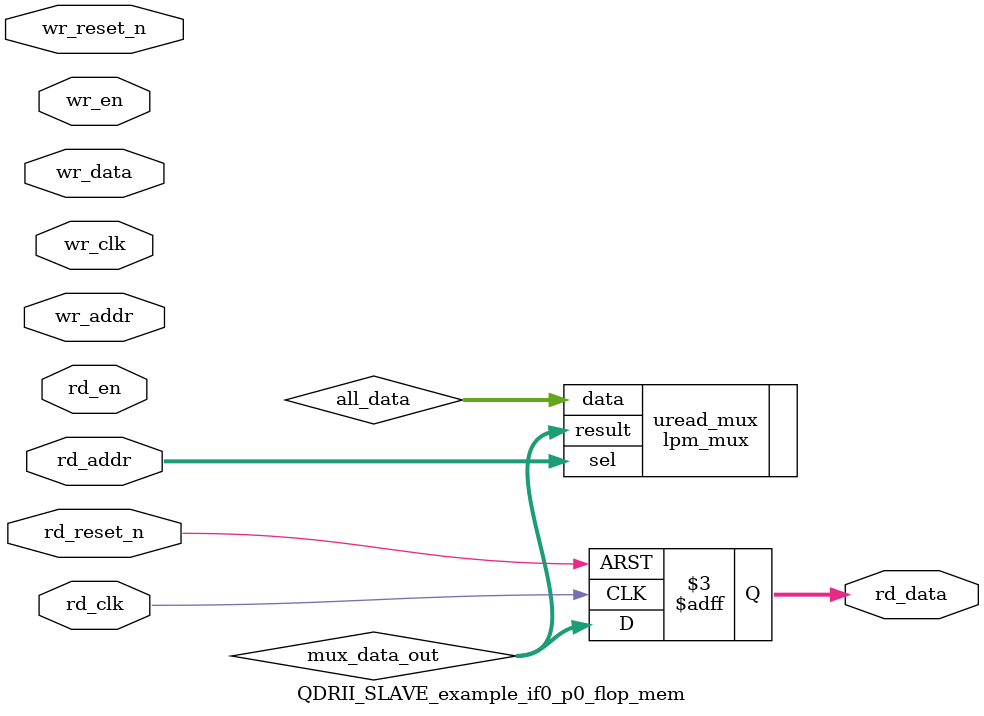
<source format=v>



`timescale 1 ps / 1 ps

(* altera_attribute = "-name ALLOW_SYNCH_CTRL_USAGE ON;-name AUTO_CLOCK_ENABLE_RECOGNITION ON" *)
module QDRII_SLAVE_example_if0_p0_flop_mem(
	wr_reset_n,
	wr_clk,
	wr_en,
	wr_addr,
	wr_data,
	rd_reset_n,
	rd_clk,
	rd_en,
	rd_addr,
	rd_data
);

parameter WRITE_MEM_DEPTH	= "";
parameter WRITE_ADDR_WIDTH	= "";
parameter WRITE_DATA_WIDTH	= "";
parameter READ_MEM_DEPTH	= "";
parameter READ_ADDR_WIDTH	= "";		 
parameter READ_DATA_WIDTH	= "";


input	wr_reset_n;
input	wr_clk;
input	wr_en;
input	[WRITE_ADDR_WIDTH-1:0] wr_addr;
input	[WRITE_DATA_WIDTH-1:0] wr_data;
input	rd_reset_n;
input	rd_clk;
input	rd_en;
input	[READ_ADDR_WIDTH-1:0] rd_addr;
output	[READ_DATA_WIDTH-1:0] rd_data;



wire	[WRITE_DATA_WIDTH*WRITE_MEM_DEPTH-1:0] all_data;
wire	[READ_DATA_WIDTH-1:0] mux_data_out;



// declare a memory with WRITE_MEM_DEPTH entries
// each entry contains a data size of WRITE_DATA_WIDTH
reg	[WRITE_DATA_WIDTH-1:0] data_stored [0:WRITE_MEM_DEPTH-1] /* synthesis syn_preserve = 1 */;
reg	[READ_DATA_WIDTH-1:0] rd_data;

generate
genvar entry;
	for (entry=0; entry < WRITE_MEM_DEPTH; entry=entry+1)
	begin: mem_location
		assign all_data[(WRITE_DATA_WIDTH*(entry+1)-1) : (WRITE_DATA_WIDTH*entry)] = data_stored[entry]; 
		
		always @(posedge wr_clk or negedge wr_reset_n)
		begin
			if (~wr_reset_n) begin
				data_stored[entry] <= {WRITE_DATA_WIDTH{1'b0}};
			end else begin
				if (wr_en) begin
					if (entry == wr_addr) begin
						data_stored[entry] <= wr_data;
					end
				end
			end
		end		
	end
endgenerate

// mux to select the correct output data based on read address
lpm_mux	uread_mux(
	.sel (rd_addr),
	.data (all_data),
	.result (mux_data_out)
	// synopsys translate_off
	,
	.aclr (),
	.clken (),
	.clock ()
	// synopsys translate_on
	);
 defparam uread_mux.lpm_size = READ_MEM_DEPTH;
 defparam uread_mux.lpm_type = "LPM_MUX";
 defparam uread_mux.lpm_width = READ_DATA_WIDTH;
 defparam uread_mux.lpm_widths = READ_ADDR_WIDTH;

always @(posedge rd_clk or negedge rd_reset_n)	
begin
	if (~rd_reset_n) begin
		rd_data <= {READ_DATA_WIDTH{1'b0}};
	end else begin
		rd_data <= mux_data_out;
	end
end

endmodule

</source>
